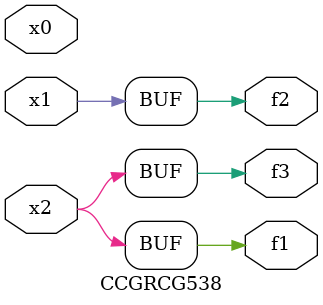
<source format=v>
module CCGRCG538(
	input x0, x1, x2,
	output f1, f2, f3
);
	assign f1 = x2;
	assign f2 = x1;
	assign f3 = x2;
endmodule

</source>
